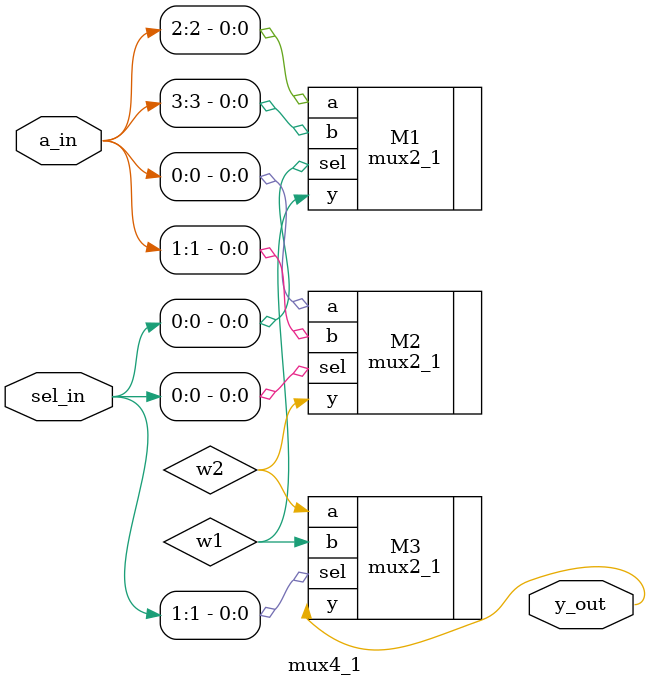
<source format=v>
/********************************************************************************************
Copyright 2019 - Maven Silicon Softech Pvt Ltd. 
 
All Rights Reserved.

This source code is an unpublished work belongs to Maven Silicon Softech Pvt Ltd.

It is not to be shared with or used by any third parties who have not enrolled for our paid training 

courses or received any written authorization from Maven Silicon.


Webpage     :      www.maven-silicon.com

Filename    :	   mux4_1.v   

Description :      4:1 Mux

Author Name :      Susmita Nayak

Version     :      1.0
*********************************************************************************************/
module mux4_1(a_in,
	      sel_in,
	      y_out);
									
   //Ports declaration
   input [3:0] a_in;
   input [1:0] sel_in;
   output y_out;
			
   //Internal wires
   wire w1,w2;
			
   //Instances of 2:Muxes
   mux2_1 M1(.a(a_in[2]),.b(a_in[3]),.sel(sel_in[0]),.y(w1));
   mux2_1 M2(.a(a_in[0]),.b(a_in[1]),.sel(sel_in[0]),.y(w2));
   mux2_1 M3(.a(w2),.b(w1),.sel(sel_in[1]),.y(y_out));

endmodule
  

</source>
